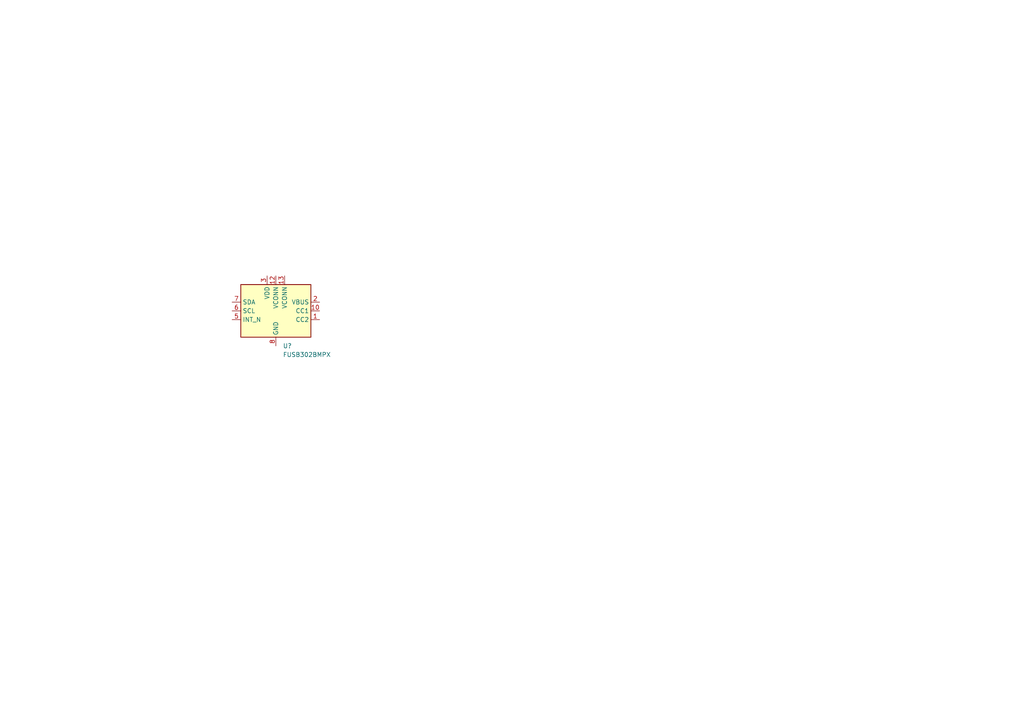
<source format=kicad_sch>
(kicad_sch (version 20211123) (generator eeschema)
  (paper "A4")
  (lib_symbols
    (symbol "Interface_USB:FUSB302BMPX"
      (property "Reference" "U" (at -10.16 8.89 0))
      (property "Value" "FUSB302BMPX" (at 3.81 8.89 0))
      (symbol "FUSB302BMPX_0_1"
        (rectangle (start -10.16 7.62) (end 10.16 -7.62) (stroke (width 0.254)) (fill (type background)))
      )
      (symbol "FUSB302BMPX_1_1"
        (pin bidirectional line (at 12.7 -2.54 180) (length 2.54) (name "CC2") (number "1"))
        (pin bidirectional line (at 12.7 0 180) (length 2.54) (name "CC1") (number "10"))
        (pin bidirectional line (at 12.7 0 180) (length 2.54) hide (name "CC1") (number "11"))
        (pin power_in line (at 0 10.16 270) (length 2.54) (name "VCONN") (number "12"))
        (pin power_in line (at 2.54 10.16 270) (length 2.54) (name "VCONN") (number "13"))
        (pin bidirectional line (at 12.7 -2.54 180) (length 2.54) hide (name "CC2") (number "14"))
        (pin passive line (at 0 -10.16 90) (length 2.54) hide (name "GND") (number "15"))
        (pin input line (at 12.7 2.54 180) (length 2.54) (name "VBUS") (number "2"))
        (pin power_in line (at -2.54 10.16 270) (length 2.54) (name "VDD") (number "3"))
        (pin passive line (at -2.54 10.16 270) (length 2.54) hide (name "VDD") (number "4"))
        (pin open_collector line (at -12.7 -2.54 0) (length 2.54) (name "INT_N") (number "5"))
        (pin input line (at -12.7 0 0) (length 2.54) (name "SCL") (number "6"))
        (pin bidirectional line (at -12.7 2.54 0) (length 2.54) (name "SDA") (number "7"))
        (pin power_in line (at 0 -10.16 90) (length 2.54) (name "GND") (number "8"))
        (pin passive line (at 0 -10.16 90) (length 2.54) hide (name "GND") (number "9"))
      )
    )
  )
  (symbol (lib_id "Interface_USB:FUSB302BMPX") (at 80.01 90.17 0) (unit 1)
    (property "Reference" "U?" (at 82.0294 100.33 0) (effects (justify left)))
    (property "Value" "FUSB302BMPX" (at 82.0294 102.87 0) (effects (justify left)))
    (property "Footprint" "Package_DFN_QFN:WQFN-14-1EP_2.5x2.5mm_P0.5mm_EP1.45x1.45mm" (effects hide))
    (property "Datasheet" "http://www.onsemi.com/pub/Collateral/FUSB302B-D.PDF" (effects hide))
  )
)
</source>
